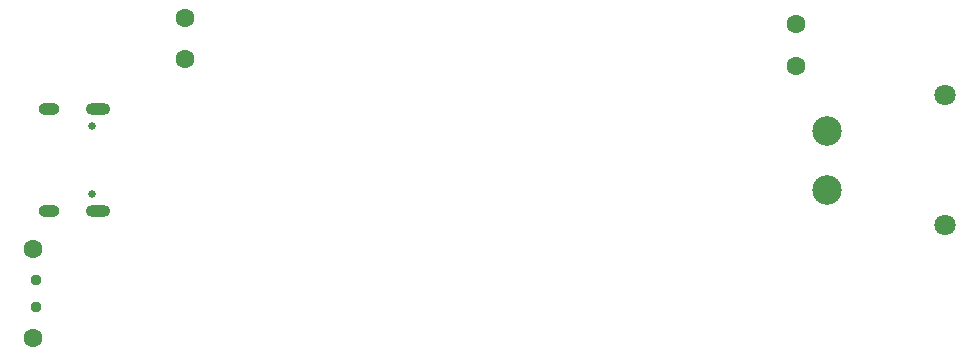
<source format=gbs>
%TF.GenerationSoftware,KiCad,Pcbnew,9.0.6*%
%TF.CreationDate,2025-12-05T19:35:04+01:00*%
%TF.ProjectId,ip2366,69703233-3636-42e6-9b69-6361645f7063,rev?*%
%TF.SameCoordinates,Original*%
%TF.FileFunction,Soldermask,Bot*%
%TF.FilePolarity,Negative*%
%FSLAX46Y46*%
G04 Gerber Fmt 4.6, Leading zero omitted, Abs format (unit mm)*
G04 Created by KiCad (PCBNEW 9.0.6) date 2025-12-05 19:35:04*
%MOMM*%
%LPD*%
G01*
G04 APERTURE LIST*
%ADD10C,0.950000*%
%ADD11C,1.600000*%
%ADD12C,0.650000*%
%ADD13O,2.100000X1.000000*%
%ADD14O,1.800000X1.000000*%
%ADD15C,2.500000*%
%ADD16C,1.800000*%
G04 APERTURE END LIST*
D10*
%TO.C,SW1*%
X101150000Y-75500000D03*
X101150000Y-73200000D03*
D11*
X100850000Y-78100000D03*
X100850000Y-70600000D03*
%TD*%
%TO.C,C1*%
X113750000Y-54500000D03*
X113750000Y-51000000D03*
%TD*%
%TO.C,C23*%
X165450000Y-55050000D03*
X165450000Y-51550000D03*
%TD*%
D12*
%TO.C,USB1*%
X105900000Y-60130000D03*
X105900000Y-65910000D03*
D13*
X106400000Y-58700000D03*
X106400000Y-67340000D03*
D14*
X102250000Y-58700000D03*
X102250000Y-67340000D03*
%TD*%
D15*
%TO.C,CN1*%
X168100000Y-65550000D03*
X168100000Y-60550000D03*
D16*
X178100000Y-57550000D03*
X178100000Y-68550000D03*
%TD*%
M02*

</source>
